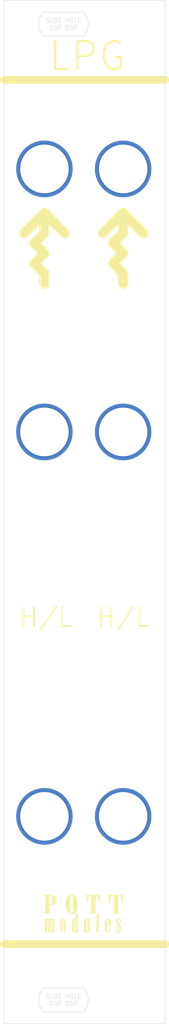
<source format=kicad_pcb>
(kicad_pcb (version 20211014) (generator pcbnew)
  (layers (0 "F.Cu" signal) (31 "B.Cu" signal) (34 "B.Paste" user) (35 "F.Paste" user) (36 "B.SilkS" user "B.Silkscreen") (37 "F.SilkS" user "F.Silkscreen") (38 "B.Mask" user) (39 "F.Mask" user) (44 "Edge.Cuts" user))
  (net 0 "")
  (footprint "Panel:CV_ARROW" (layer "F.Cu") (at 153.3711 67.4536 180)
    (fp_text reference "E$2" hide)
    (fp_text value "" hide)
  )
  (footprint "Panel:PANEL_SMALL_SWITCH" (layer "F.Cu") (at 143.4411 112.7336)
    (fp_text reference "E$25" hide)
    (fp_text value "" hide)
    (pad "" np_thru_hole circle (at 0 0) (size 5 5) (drill 5) (layers *.Cu *.Mask))
  )
  (footprint "Panel:CV_ARROW" (layer "F.Cu") (at 143.4411 67.4536 180)
    (fp_text reference "E$1" hide)
    (fp_text value "" hide)
  )
  (footprint "Panel:PANEL_THONK_SOCKET" (layer "F.Cu") (at 143.4411 61.9336)
    (fp_text reference "E$18" hide)
    (fp_text value "" hide)
    (pad "P$1" thru_hole circle (at 0 0) (size 7.116 7.116) (drill 6.1) (layers *.Cu *.Mask))
  )
  (footprint "Panel:PANEL_THONK_SOCKET" (layer "F.Cu") (at 153.3711 61.9336)
    (fp_text reference "E$19" hide)
    (fp_text value "" hide)
    (pad "P$1" thru_hole circle (at 0 0) (size 7.116 7.116) (drill 6.1) (layers *.Cu *.Mask))
  )
  (footprint "Panel:ARROW" (layer "F.Cu") (at 143.4411 87.2536 -90)
    (fp_text reference "E$3" hide)
    (fp_text value "" hide)
  )
  (footprint "Panel:LOGO" (layer "F.Cu") (at 143.0811 157.9336)
    (fp_text reference "E$10" hide)
    (fp_text value "" hide)
    (fp_text user "C:/USERS/MEYEN/DESKTOP/LOGOBMP.BMP" (at 0 0.0875) (layer "F.SilkS") (effects (font (size 0.0322 0.0322) (thickness 0.0028)) (justify left bottom)))
  )
  (footprint "Panel:PANEL_THONK_SOCKET" (layer "F.Cu") (at 143.4411 94.9536)
    (fp_text reference "E$21" hide)
    (fp_text value "" hide)
    (pad "P$1" thru_hole circle (at 0 0) (size 7.116 7.116) (drill 6.1) (layers *.Cu *.Mask))
  )
  (footprint "Panel:ARROW" (layer "F.Cu") (at 143.4411 135.8536 90)
    (fp_text reference "E$6" hide)
    (fp_text value "" hide)
  )
  (footprint "Panel:ARROW" (layer "F.Cu") (at 153.3711 87.2536 -90)
    (fp_text reference "E$4" hide)
    (fp_text value "" hide)
  )
  (footprint "Panel:PANEL_THONK_SOCKET" (layer "F.Cu") (at 143.4411 143.2136)
    (fp_text reference "E$23" hide)
    (fp_text value "" hide)
    (pad "P$1" thru_hole circle (at 0 0) (size 7.116 7.116) (drill 6.1) (layers *.Cu *.Mask))
  )
  (footprint "Panel:PANEL_THONK_SOCKET" (layer "F.Cu") (at 153.3711 94.9536)
    (fp_text reference "E$20" hide)
    (fp_text value "" hide)
    (pad "P$1" thru_hole circle (at 0 0) (size 7.116 7.116) (drill 6.1) (layers *.Cu *.Mask))
  )
  (footprint "Panel:PANEL_THONK_SOCKET" (layer "F.Cu") (at 153.3711 143.2136)
    (fp_text reference "E$22" hide)
    (fp_text value "" hide)
    (pad "P$1" thru_hole circle (at 0 0) (size 7.116 7.116) (drill 6.1) (layers *.Cu *.Mask))
  )
  (footprint "Panel:PANEL_SMALL_SWITCH" (layer "F.Cu") (at 153.3811 112.7336)
    (fp_text reference "E$24" hide)
    (fp_text value "" hide)
    (pad "" np_thru_hole circle (at 0 0) (size 5 5) (drill 5) (layers *.Cu *.Mask))
  )
  (footprint "Panel:ARROW" (layer "F.Cu") (at 153.3711 135.8536 90)
    (fp_text reference "E$5" hide)
    (fp_text value "" hide)
  )
  (gr_line (start 138.3411 159.2536) (end 158.6611 159.2536) (layer "F.SilkS") (width 1))
  (gr_line (start 138.3411 50.7536) (end 158.6611 50.7536) (layer "F.SilkS") (width 1))
  (gr_line (start 143.3411 164.7536) (end 148.3411 164.7536) (layer "Edge.Cuts") (width 0.05))
  (gr_line (start 158.6611 169.2536) (end 158.6611 40.7536) (layer "Edge.Cuts") (width 0.05))
  (gr_arc (start 143.3411 167.7536) (mid 142.71978 166.2536) (end 143.3411 164.7536) (layer "Edge.Cuts") (width 0.05))
  (gr_arc (start 143.3411 45.2536) (mid 142.71978 43.7536) (end 143.3411 42.2536) (layer "Edge.Cuts") (width 0.05))
  (gr_arc (start 148.3411 42.2536) (mid 148.96242 43.7536) (end 148.3411 45.2536) (layer "Edge.Cuts") (width 0.05))
  (gr_line (start 138.3411 40.7536) (end 158.6611 40.7536) (layer "Edge.Cuts") (width 0.05))
  (gr_line (start 143.3411 42.2536) (end 148.3411 42.2536) (layer "Edge.Cuts") (width 0.05))
  (gr_line (start 138.3411 169.2536) (end 138.3411 40.7536) (layer "Edge.Cuts") (width 0.05))
  (gr_arc (start 148.3411 164.7536) (mid 148.96242 166.2536) (end 148.3411 167.7536) (layer "Edge.Cuts") (width 0.05))
  (gr_line (start 138.3411 169.2536) (end 158.6611 169.2536) (layer "Edge.Cuts") (width 0.05))
  (gr_line (start 143.3411 45.2536) (end 148.3411 45.2536) (layer "Edge.Cuts") (width 0.05))
  (gr_line (start 143.3411 167.7536) (end 148.3411 167.7536) (layer "Edge.Cuts") (width 0.05))
  (gr_text "LPG" (at 143.7411 49.8536) (layer "F.SilkS") (effects (font (size 3.5052 3.5052) (thickness 0.3048)) (justify left bottom)))
  (gr_text "H/L" (at 153.3811 118.2536) (layer "F.SilkS") (effects (font (size 2.3368 2.3368) (thickness 0.2032))))
  (gr_text "H/L" (at 143.6411 118.2536) (layer "F.SilkS") (effects (font (size 2.3368 2.3368) (thickness 0.2032))))
  (gr_text "SLOT HOLE\nCUT OUT" (at 145.8411 43.7536) (layer "Edge.Cuts") (effects (font (size 0.560832 0.560832) (thickness 0.048768))))
  (gr_text "SLOT HOLE\nCUT OUT" (at 145.8411 166.2536) (layer "Edge.Cuts") (effects (font (size 0.560832 0.560832) (thickness 0.048768))))
)
</source>
